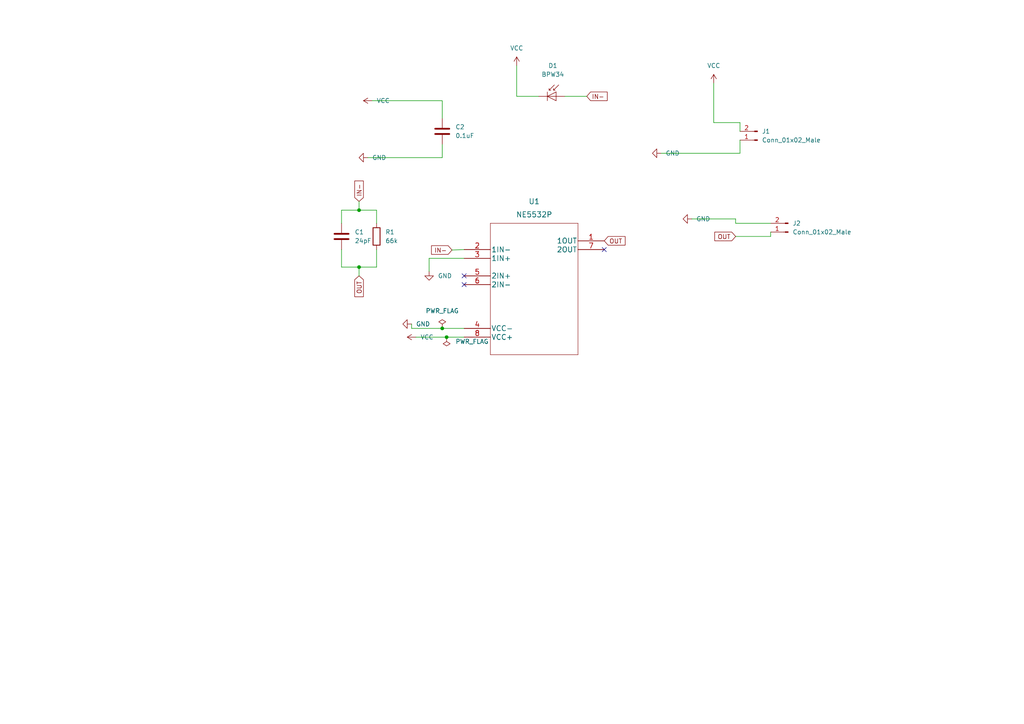
<source format=kicad_sch>
(kicad_sch (version 20211123) (generator eeschema)

  (uuid 8edaaad7-be33-44e5-93e1-69ee2f89cfca)

  (paper "A4")

  (lib_symbols
    (symbol "Amplifier_Operational:NE5532P" (pin_names (offset 0.254)) (in_bom yes) (on_board yes)
      (property "Reference" "U" (id 0) (at 20.32 12.7 0)
        (effects (font (size 1.524 1.524)))
      )
      (property "Value" "NE5532P" (id 1) (at 20.32 10.16 0)
        (effects (font (size 1.524 1.524)))
      )
      (property "Footprint" "Package_DIP:NE5532P" (id 2) (at 20.32 8.636 0)
        (effects (font (size 1.524 1.524)) hide)
      )
      (property "Datasheet" "" (id 3) (at 0 0 0)
        (effects (font (size 1.524 1.524)))
      )
      (property "ki_fp_filters" "P8" (id 4) (at 0 0 0)
        (effects (font (size 1.27 1.27)) hide)
      )
      (symbol "NE5532P_1_1"
        (polyline
          (pts
            (xy 7.62 -30.48)
            (xy 33.02 -30.48)
          )
          (stroke (width 0.127) (type default) (color 0 0 0 0))
          (fill (type none))
        )
        (polyline
          (pts
            (xy 7.62 7.62)
            (xy 7.62 -30.48)
          )
          (stroke (width 0.127) (type default) (color 0 0 0 0))
          (fill (type none))
        )
        (polyline
          (pts
            (xy 33.02 -30.48)
            (xy 33.02 7.62)
          )
          (stroke (width 0.127) (type default) (color 0 0 0 0))
          (fill (type none))
        )
        (polyline
          (pts
            (xy 33.02 7.62)
            (xy 7.62 7.62)
          )
          (stroke (width 0.127) (type default) (color 0 0 0 0))
          (fill (type none))
        )
        (pin output line (at 40.64 2.54 180) (length 7.62)
          (name "1OUT" (effects (font (size 1.4986 1.4986))))
          (number "1" (effects (font (size 1.4986 1.4986))))
        )
        (pin input line (at 0 0 0) (length 7.62)
          (name "1IN-" (effects (font (size 1.4986 1.4986))))
          (number "2" (effects (font (size 1.4986 1.4986))))
        )
        (pin input line (at 0 -2.54 0) (length 7.62)
          (name "1IN+" (effects (font (size 1.4986 1.4986))))
          (number "3" (effects (font (size 1.4986 1.4986))))
        )
        (pin power_in line (at 0 -22.86 0) (length 7.62)
          (name "VCC-" (effects (font (size 1.4986 1.4986))))
          (number "4" (effects (font (size 1.4986 1.4986))))
        )
        (pin input line (at 0 -7.62 0) (length 7.62)
          (name "2IN+" (effects (font (size 1.4986 1.4986))))
          (number "5" (effects (font (size 1.4986 1.4986))))
        )
        (pin input line (at 0 -10.16 0) (length 7.62)
          (name "2IN-" (effects (font (size 1.4986 1.4986))))
          (number "6" (effects (font (size 1.4986 1.4986))))
        )
        (pin output line (at 40.64 0 180) (length 7.62)
          (name "2OUT" (effects (font (size 1.4986 1.4986))))
          (number "7" (effects (font (size 1.4986 1.4986))))
        )
        (pin power_in line (at 0 -25.4 0) (length 7.62)
          (name "VCC+" (effects (font (size 1.4986 1.4986))))
          (number "8" (effects (font (size 1.4986 1.4986))))
        )
      )
    )
    (symbol "Connector:Conn_01x02_Male" (pin_names (offset 1.016) hide) (in_bom yes) (on_board yes)
      (property "Reference" "J" (id 0) (at 0 2.54 0)
        (effects (font (size 1.27 1.27)))
      )
      (property "Value" "Conn_01x02_Male" (id 1) (at 0 -5.08 0)
        (effects (font (size 1.27 1.27)))
      )
      (property "Footprint" "" (id 2) (at 0 0 0)
        (effects (font (size 1.27 1.27)) hide)
      )
      (property "Datasheet" "~" (id 3) (at 0 0 0)
        (effects (font (size 1.27 1.27)) hide)
      )
      (property "ki_keywords" "connector" (id 4) (at 0 0 0)
        (effects (font (size 1.27 1.27)) hide)
      )
      (property "ki_description" "Generic connector, single row, 01x02, script generated (kicad-library-utils/schlib/autogen/connector/)" (id 5) (at 0 0 0)
        (effects (font (size 1.27 1.27)) hide)
      )
      (property "ki_fp_filters" "Connector*:*_1x??_*" (id 6) (at 0 0 0)
        (effects (font (size 1.27 1.27)) hide)
      )
      (symbol "Conn_01x02_Male_1_1"
        (polyline
          (pts
            (xy 1.27 -2.54)
            (xy 0.8636 -2.54)
          )
          (stroke (width 0.1524) (type default) (color 0 0 0 0))
          (fill (type none))
        )
        (polyline
          (pts
            (xy 1.27 0)
            (xy 0.8636 0)
          )
          (stroke (width 0.1524) (type default) (color 0 0 0 0))
          (fill (type none))
        )
        (rectangle (start 0.8636 -2.413) (end 0 -2.667)
          (stroke (width 0.1524) (type default) (color 0 0 0 0))
          (fill (type outline))
        )
        (rectangle (start 0.8636 0.127) (end 0 -0.127)
          (stroke (width 0.1524) (type default) (color 0 0 0 0))
          (fill (type outline))
        )
        (pin passive line (at 5.08 0 180) (length 3.81)
          (name "Pin_1" (effects (font (size 1.27 1.27))))
          (number "1" (effects (font (size 1.27 1.27))))
        )
        (pin passive line (at 5.08 -2.54 180) (length 3.81)
          (name "Pin_2" (effects (font (size 1.27 1.27))))
          (number "2" (effects (font (size 1.27 1.27))))
        )
      )
    )
    (symbol "Device:C" (pin_numbers hide) (pin_names (offset 0.254)) (in_bom yes) (on_board yes)
      (property "Reference" "C" (id 0) (at 0.635 2.54 0)
        (effects (font (size 1.27 1.27)) (justify left))
      )
      (property "Value" "C" (id 1) (at 0.635 -2.54 0)
        (effects (font (size 1.27 1.27)) (justify left))
      )
      (property "Footprint" "" (id 2) (at 0.9652 -3.81 0)
        (effects (font (size 1.27 1.27)) hide)
      )
      (property "Datasheet" "~" (id 3) (at 0 0 0)
        (effects (font (size 1.27 1.27)) hide)
      )
      (property "ki_keywords" "cap capacitor" (id 4) (at 0 0 0)
        (effects (font (size 1.27 1.27)) hide)
      )
      (property "ki_description" "Unpolarized capacitor" (id 5) (at 0 0 0)
        (effects (font (size 1.27 1.27)) hide)
      )
      (property "ki_fp_filters" "C_*" (id 6) (at 0 0 0)
        (effects (font (size 1.27 1.27)) hide)
      )
      (symbol "C_0_1"
        (polyline
          (pts
            (xy -2.032 -0.762)
            (xy 2.032 -0.762)
          )
          (stroke (width 0.508) (type default) (color 0 0 0 0))
          (fill (type none))
        )
        (polyline
          (pts
            (xy -2.032 0.762)
            (xy 2.032 0.762)
          )
          (stroke (width 0.508) (type default) (color 0 0 0 0))
          (fill (type none))
        )
      )
      (symbol "C_1_1"
        (pin passive line (at 0 3.81 270) (length 2.794)
          (name "~" (effects (font (size 1.27 1.27))))
          (number "1" (effects (font (size 1.27 1.27))))
        )
        (pin passive line (at 0 -3.81 90) (length 2.794)
          (name "~" (effects (font (size 1.27 1.27))))
          (number "2" (effects (font (size 1.27 1.27))))
        )
      )
    )
    (symbol "Device:R" (pin_numbers hide) (pin_names (offset 0)) (in_bom yes) (on_board yes)
      (property "Reference" "R" (id 0) (at 2.032 0 90)
        (effects (font (size 1.27 1.27)))
      )
      (property "Value" "R" (id 1) (at 0 0 90)
        (effects (font (size 1.27 1.27)))
      )
      (property "Footprint" "" (id 2) (at -1.778 0 90)
        (effects (font (size 1.27 1.27)) hide)
      )
      (property "Datasheet" "~" (id 3) (at 0 0 0)
        (effects (font (size 1.27 1.27)) hide)
      )
      (property "ki_keywords" "R res resistor" (id 4) (at 0 0 0)
        (effects (font (size 1.27 1.27)) hide)
      )
      (property "ki_description" "Resistor" (id 5) (at 0 0 0)
        (effects (font (size 1.27 1.27)) hide)
      )
      (property "ki_fp_filters" "R_*" (id 6) (at 0 0 0)
        (effects (font (size 1.27 1.27)) hide)
      )
      (symbol "R_0_1"
        (rectangle (start -1.016 -2.54) (end 1.016 2.54)
          (stroke (width 0.254) (type default) (color 0 0 0 0))
          (fill (type none))
        )
      )
      (symbol "R_1_1"
        (pin passive line (at 0 3.81 270) (length 1.27)
          (name "~" (effects (font (size 1.27 1.27))))
          (number "1" (effects (font (size 1.27 1.27))))
        )
        (pin passive line (at 0 -3.81 90) (length 1.27)
          (name "~" (effects (font (size 1.27 1.27))))
          (number "2" (effects (font (size 1.27 1.27))))
        )
      )
    )
    (symbol "Sensor_Optical:BPW34" (pin_numbers hide) (pin_names (offset 1.016) hide) (in_bom yes) (on_board yes)
      (property "Reference" "D" (id 0) (at 0.508 1.778 0)
        (effects (font (size 1.27 1.27)) (justify left))
      )
      (property "Value" "BPW34" (id 1) (at -1.016 -2.794 0)
        (effects (font (size 1.27 1.27)))
      )
      (property "Footprint" "OptoDevice:Osram_DIL2_4.3x4.65mm_P5.08mm" (id 2) (at 0 4.445 0)
        (effects (font (size 1.27 1.27)) hide)
      )
      (property "Datasheet" "http://www.vishay.com/docs/81521/bpw34.pdf" (id 3) (at -1.27 0 0)
        (effects (font (size 1.27 1.27)) hide)
      )
      (property "ki_keywords" "opto PIN photodiode" (id 4) (at 0 0 0)
        (effects (font (size 1.27 1.27)) hide)
      )
      (property "ki_description" "Silicon PIN Photodiode" (id 5) (at 0 0 0)
        (effects (font (size 1.27 1.27)) hide)
      )
      (property "ki_fp_filters" "Osram*DIL2*4.3x4.65mm*P5.08*" (id 6) (at 0 0 0)
        (effects (font (size 1.27 1.27)) hide)
      )
      (symbol "BPW34_0_1"
        (polyline
          (pts
            (xy -2.54 1.27)
            (xy -2.54 -1.27)
          )
          (stroke (width 0.1524) (type default) (color 0 0 0 0))
          (fill (type none))
        )
        (polyline
          (pts
            (xy -2.032 1.778)
            (xy -1.524 1.778)
          )
          (stroke (width 0) (type default) (color 0 0 0 0))
          (fill (type none))
        )
        (polyline
          (pts
            (xy 0 -1.27)
            (xy 0 1.27)
          )
          (stroke (width 0) (type default) (color 0 0 0 0))
          (fill (type none))
        )
        (polyline
          (pts
            (xy 0 0)
            (xy -2.54 0)
          )
          (stroke (width 0) (type default) (color 0 0 0 0))
          (fill (type none))
        )
        (polyline
          (pts
            (xy -0.508 3.302)
            (xy -2.032 1.778)
            (xy -2.032 2.286)
          )
          (stroke (width 0) (type default) (color 0 0 0 0))
          (fill (type none))
        )
        (polyline
          (pts
            (xy 0 1.27)
            (xy -2.54 0)
            (xy 0 -1.27)
          )
          (stroke (width 0) (type default) (color 0 0 0 0))
          (fill (type none))
        )
        (polyline
          (pts
            (xy 0.762 3.302)
            (xy -0.762 1.778)
            (xy -0.762 2.286)
            (xy -0.762 1.778)
            (xy -0.254 1.778)
          )
          (stroke (width 0) (type default) (color 0 0 0 0))
          (fill (type none))
        )
      )
      (symbol "BPW34_1_1"
        (pin passive line (at -5.08 0 0) (length 2.54)
          (name "K" (effects (font (size 1.27 1.27))))
          (number "1" (effects (font (size 1.27 1.27))))
        )
        (pin passive line (at 2.54 0 180) (length 2.54)
          (name "A" (effects (font (size 1.27 1.27))))
          (number "2" (effects (font (size 1.27 1.27))))
        )
      )
    )
    (symbol "power:GND" (power) (pin_names (offset 0)) (in_bom yes) (on_board yes)
      (property "Reference" "#PWR" (id 0) (at 0 -6.35 0)
        (effects (font (size 1.27 1.27)) hide)
      )
      (property "Value" "GND" (id 1) (at 0 -3.81 0)
        (effects (font (size 1.27 1.27)))
      )
      (property "Footprint" "" (id 2) (at 0 0 0)
        (effects (font (size 1.27 1.27)) hide)
      )
      (property "Datasheet" "" (id 3) (at 0 0 0)
        (effects (font (size 1.27 1.27)) hide)
      )
      (property "ki_keywords" "power-flag" (id 4) (at 0 0 0)
        (effects (font (size 1.27 1.27)) hide)
      )
      (property "ki_description" "Power symbol creates a global label with name \"GND\" , ground" (id 5) (at 0 0 0)
        (effects (font (size 1.27 1.27)) hide)
      )
      (symbol "GND_0_1"
        (polyline
          (pts
            (xy 0 0)
            (xy 0 -1.27)
            (xy 1.27 -1.27)
            (xy 0 -2.54)
            (xy -1.27 -1.27)
            (xy 0 -1.27)
          )
          (stroke (width 0) (type default) (color 0 0 0 0))
          (fill (type none))
        )
      )
      (symbol "GND_1_1"
        (pin power_in line (at 0 0 270) (length 0) hide
          (name "GND" (effects (font (size 1.27 1.27))))
          (number "1" (effects (font (size 1.27 1.27))))
        )
      )
    )
    (symbol "power:PWR_FLAG" (power) (pin_numbers hide) (pin_names (offset 0) hide) (in_bom yes) (on_board yes)
      (property "Reference" "#FLG" (id 0) (at 0 1.905 0)
        (effects (font (size 1.27 1.27)) hide)
      )
      (property "Value" "PWR_FLAG" (id 1) (at 0 3.81 0)
        (effects (font (size 1.27 1.27)))
      )
      (property "Footprint" "" (id 2) (at 0 0 0)
        (effects (font (size 1.27 1.27)) hide)
      )
      (property "Datasheet" "~" (id 3) (at 0 0 0)
        (effects (font (size 1.27 1.27)) hide)
      )
      (property "ki_keywords" "power-flag" (id 4) (at 0 0 0)
        (effects (font (size 1.27 1.27)) hide)
      )
      (property "ki_description" "Special symbol for telling ERC where power comes from" (id 5) (at 0 0 0)
        (effects (font (size 1.27 1.27)) hide)
      )
      (symbol "PWR_FLAG_0_0"
        (pin power_out line (at 0 0 90) (length 0)
          (name "pwr" (effects (font (size 1.27 1.27))))
          (number "1" (effects (font (size 1.27 1.27))))
        )
      )
      (symbol "PWR_FLAG_0_1"
        (polyline
          (pts
            (xy 0 0)
            (xy 0 1.27)
            (xy -1.016 1.905)
            (xy 0 2.54)
            (xy 1.016 1.905)
            (xy 0 1.27)
          )
          (stroke (width 0) (type default) (color 0 0 0 0))
          (fill (type none))
        )
      )
    )
    (symbol "power:VCC" (power) (pin_names (offset 0)) (in_bom yes) (on_board yes)
      (property "Reference" "#PWR" (id 0) (at 0 -3.81 0)
        (effects (font (size 1.27 1.27)) hide)
      )
      (property "Value" "VCC" (id 1) (at 0 3.81 0)
        (effects (font (size 1.27 1.27)))
      )
      (property "Footprint" "" (id 2) (at 0 0 0)
        (effects (font (size 1.27 1.27)) hide)
      )
      (property "Datasheet" "" (id 3) (at 0 0 0)
        (effects (font (size 1.27 1.27)) hide)
      )
      (property "ki_keywords" "power-flag" (id 4) (at 0 0 0)
        (effects (font (size 1.27 1.27)) hide)
      )
      (property "ki_description" "Power symbol creates a global label with name \"VCC\"" (id 5) (at 0 0 0)
        (effects (font (size 1.27 1.27)) hide)
      )
      (symbol "VCC_0_1"
        (polyline
          (pts
            (xy -0.762 1.27)
            (xy 0 2.54)
          )
          (stroke (width 0) (type default) (color 0 0 0 0))
          (fill (type none))
        )
        (polyline
          (pts
            (xy 0 0)
            (xy 0 2.54)
          )
          (stroke (width 0) (type default) (color 0 0 0 0))
          (fill (type none))
        )
        (polyline
          (pts
            (xy 0 2.54)
            (xy 0.762 1.27)
          )
          (stroke (width 0) (type default) (color 0 0 0 0))
          (fill (type none))
        )
      )
      (symbol "VCC_1_1"
        (pin power_in line (at 0 0 90) (length 0) hide
          (name "VCC" (effects (font (size 1.27 1.27))))
          (number "1" (effects (font (size 1.27 1.27))))
        )
      )
    )
  )

  (junction (at 104.14 60.96) (diameter 0) (color 0 0 0 0)
    (uuid 4f9e9397-0d11-4c93-8b8f-11f2e8d3d0cc)
  )
  (junction (at 104.14 77.47) (diameter 0) (color 0 0 0 0)
    (uuid c52acc2b-09d2-4936-a2f2-966cef1047d3)
  )
  (junction (at 128.27 95.25) (diameter 0) (color 0 0 0 0)
    (uuid cc7c84ad-8790-4814-98aa-40c79e541017)
  )
  (junction (at 129.54 97.79) (diameter 0) (color 0 0 0 0)
    (uuid f0d0d52e-35c4-4a8d-b270-e91126085d79)
  )

  (no_connect (at 134.62 82.55) (uuid ab45da3d-7771-45bf-b9d1-67a303cacb22))
  (no_connect (at 134.62 80.01) (uuid ab45da3d-7771-45bf-b9d1-67a303cacb22))
  (no_connect (at 175.26 72.39) (uuid ab45da3d-7771-45bf-b9d1-67a303cacb22))

  (wire (pts (xy 200.66 63.5) (xy 213.36 63.5))
    (stroke (width 0) (type default) (color 0 0 0 0))
    (uuid 0c433b78-ee14-4fcd-a858-38aafb04186a)
  )
  (wire (pts (xy 128.27 45.72) (xy 128.27 41.91))
    (stroke (width 0) (type default) (color 0 0 0 0))
    (uuid 18a61d4f-6935-4949-b053-0130e6a8110e)
  )
  (wire (pts (xy 124.46 74.93) (xy 124.46 78.74))
    (stroke (width 0) (type default) (color 0 0 0 0))
    (uuid 1e9559ee-594b-409c-aa79-ceb13167d3ec)
  )
  (wire (pts (xy 134.62 95.25) (xy 128.27 95.25))
    (stroke (width 0) (type default) (color 0 0 0 0))
    (uuid 1f3eca14-611d-4c29-9dfc-77c91a82fcc2)
  )
  (wire (pts (xy 128.27 29.21) (xy 128.27 34.29))
    (stroke (width 0) (type default) (color 0 0 0 0))
    (uuid 24d12e25-9801-4e69-92a7-9bc89c8bf1e6)
  )
  (wire (pts (xy 191.77 44.45) (xy 214.63 44.45))
    (stroke (width 0) (type default) (color 0 0 0 0))
    (uuid 2727d15f-91f3-4f57-895e-ccd35944119f)
  )
  (wire (pts (xy 104.14 60.96) (xy 109.22 60.96))
    (stroke (width 0) (type default) (color 0 0 0 0))
    (uuid 3415e8dd-9185-40cf-9016-85e2a4bc1dc1)
  )
  (wire (pts (xy 149.86 27.94) (xy 156.21 27.94))
    (stroke (width 0) (type default) (color 0 0 0 0))
    (uuid 3e304936-2687-438a-b23c-f540caa2934b)
  )
  (wire (pts (xy 214.63 44.45) (xy 214.63 40.64))
    (stroke (width 0) (type default) (color 0 0 0 0))
    (uuid 41454e3b-e5d5-497e-a965-ec44c6667c7c)
  )
  (wire (pts (xy 107.95 29.21) (xy 128.27 29.21))
    (stroke (width 0) (type default) (color 0 0 0 0))
    (uuid 41b3ef8e-2f9b-4120-9b6c-4fe79f9fa70a)
  )
  (wire (pts (xy 213.36 64.77) (xy 223.52 64.77))
    (stroke (width 0) (type default) (color 0 0 0 0))
    (uuid 4a912089-24e8-4bfc-9899-892450c675ce)
  )
  (wire (pts (xy 99.06 72.39) (xy 99.06 77.47))
    (stroke (width 0) (type default) (color 0 0 0 0))
    (uuid 4b557276-fcaf-4988-8f67-691ab636f79a)
  )
  (wire (pts (xy 223.52 68.58) (xy 223.52 67.31))
    (stroke (width 0) (type default) (color 0 0 0 0))
    (uuid 50398de9-1299-48f9-b74e-47316ad24039)
  )
  (wire (pts (xy 104.14 77.47) (xy 104.14 80.01))
    (stroke (width 0) (type default) (color 0 0 0 0))
    (uuid 57d1b2ce-e37a-44b6-96cd-4ca992065c51)
  )
  (wire (pts (xy 213.36 68.58) (xy 223.52 68.58))
    (stroke (width 0) (type default) (color 0 0 0 0))
    (uuid 657fad18-312c-4842-991a-a16f8c44e02a)
  )
  (wire (pts (xy 109.22 77.47) (xy 109.22 72.39))
    (stroke (width 0) (type default) (color 0 0 0 0))
    (uuid 6abd5b90-fa48-4b09-99c1-05e5eae01736)
  )
  (wire (pts (xy 106.68 45.72) (xy 128.27 45.72))
    (stroke (width 0) (type default) (color 0 0 0 0))
    (uuid 6cc42c31-422d-4f13-900a-d2ffd19a0123)
  )
  (wire (pts (xy 104.14 58.42) (xy 104.14 60.96))
    (stroke (width 0) (type default) (color 0 0 0 0))
    (uuid 71a1824c-f0a5-47dd-8e39-b5c62be6eb30)
  )
  (wire (pts (xy 104.14 77.47) (xy 109.22 77.47))
    (stroke (width 0) (type default) (color 0 0 0 0))
    (uuid 734fe606-7870-45f9-bc32-6560f41d2568)
  )
  (wire (pts (xy 120.65 97.79) (xy 129.54 97.79))
    (stroke (width 0) (type default) (color 0 0 0 0))
    (uuid 7d3dd481-ff4b-4770-9d4d-f7482e90852e)
  )
  (wire (pts (xy 109.22 60.96) (xy 109.22 64.77))
    (stroke (width 0) (type default) (color 0 0 0 0))
    (uuid 8514f89a-8c80-48cd-99d0-98c1b4fb7e5e)
  )
  (wire (pts (xy 119.38 95.25) (xy 119.38 93.98))
    (stroke (width 0) (type default) (color 0 0 0 0))
    (uuid 8ae2b646-d9c3-4b9f-b9bd-a5c514bccb01)
  )
  (wire (pts (xy 207.01 24.13) (xy 207.01 35.56))
    (stroke (width 0) (type default) (color 0 0 0 0))
    (uuid 8c93270d-8309-4f83-bd92-78b54ea8db3c)
  )
  (wire (pts (xy 99.06 60.96) (xy 104.14 60.96))
    (stroke (width 0) (type default) (color 0 0 0 0))
    (uuid 93c6a5d3-7d35-43bb-b88c-7818d3b87170)
  )
  (wire (pts (xy 134.62 74.93) (xy 124.46 74.93))
    (stroke (width 0) (type default) (color 0 0 0 0))
    (uuid 96f93de6-52cf-4ecb-bf34-fe17490378cb)
  )
  (wire (pts (xy 207.01 35.56) (xy 214.63 35.56))
    (stroke (width 0) (type default) (color 0 0 0 0))
    (uuid a44b779d-4eb0-4be5-b489-32a00f44ca88)
  )
  (wire (pts (xy 213.36 63.5) (xy 213.36 64.77))
    (stroke (width 0) (type default) (color 0 0 0 0))
    (uuid a8f72019-645f-4d36-b1b8-99a183d0d5ed)
  )
  (wire (pts (xy 128.27 95.25) (xy 119.38 95.25))
    (stroke (width 0) (type default) (color 0 0 0 0))
    (uuid a9c7df05-7e20-44ba-80fd-71e7e381c927)
  )
  (wire (pts (xy 99.06 77.47) (xy 104.14 77.47))
    (stroke (width 0) (type default) (color 0 0 0 0))
    (uuid af002011-9f67-4c0c-92d5-3fb07dca8e5f)
  )
  (wire (pts (xy 99.06 64.77) (xy 99.06 60.96))
    (stroke (width 0) (type default) (color 0 0 0 0))
    (uuid ccec2c0f-88f1-4447-b44b-c4030b9ebf81)
  )
  (wire (pts (xy 131.0882 72.5184) (xy 134.62 72.39))
    (stroke (width 0) (type default) (color 0 0 0 0))
    (uuid d00d2626-f9c4-4cab-aaf7-da46c6ce19f2)
  )
  (wire (pts (xy 149.86 19.05) (xy 149.86 27.94))
    (stroke (width 0) (type default) (color 0 0 0 0))
    (uuid d44de96f-6d76-4a25-80b7-f1227e644620)
  )
  (wire (pts (xy 163.83 27.94) (xy 170.18 27.94))
    (stroke (width 0) (type default) (color 0 0 0 0))
    (uuid eded59b3-9256-44bc-8cb9-d3cfa7f88689)
  )
  (wire (pts (xy 129.54 97.79) (xy 134.62 97.79))
    (stroke (width 0) (type default) (color 0 0 0 0))
    (uuid f04cc256-4f52-4294-9838-ccaa794d3f5e)
  )
  (wire (pts (xy 214.63 35.56) (xy 214.63 38.1))
    (stroke (width 0) (type default) (color 0 0 0 0))
    (uuid fc64d0ab-4feb-4bfb-a32a-5cc9f55115ce)
  )

  (global_label "OUT" (shape input) (at 213.36 68.58 180) (fields_autoplaced)
    (effects (font (size 1.27 1.27)) (justify right))
    (uuid 269809dd-dca3-4244-837d-e390be305c1f)
    (property "Intersheet References" "${INTERSHEET_REFS}" (id 0) (at 207.3183 68.6594 0)
      (effects (font (size 1.27 1.27)) (justify right) hide)
    )
  )
  (global_label "IN-" (shape input) (at 170.18 27.94 0) (fields_autoplaced)
    (effects (font (size 1.27 1.27)) (justify left))
    (uuid 2a9b73db-434b-48e2-979a-ec9dbac0b1ac)
    (property "Intersheet References" "${INTERSHEET_REFS}" (id 0) (at 176.1007 28.0194 0)
      (effects (font (size 1.27 1.27)) (justify left) hide)
    )
  )
  (global_label "OUT" (shape input) (at 175.26 69.85 0) (fields_autoplaced)
    (effects (font (size 1.27 1.27)) (justify left))
    (uuid 4412a09a-e625-4d6b-9325-1334ad878790)
    (property "Intersheet References" "${INTERSHEET_REFS}" (id 0) (at 181.3017 69.7706 0)
      (effects (font (size 1.27 1.27)) (justify left) hide)
    )
  )
  (global_label "IN-" (shape input) (at 104.14 58.42 90) (fields_autoplaced)
    (effects (font (size 1.27 1.27)) (justify left))
    (uuid c437d06c-7829-4aeb-80b9-39639b1c9daa)
    (property "Intersheet References" "${INTERSHEET_REFS}" (id 0) (at 104.2194 52.4993 90)
      (effects (font (size 1.27 1.27)) (justify left) hide)
    )
  )
  (global_label "OUT" (shape input) (at 104.14 80.01 270) (fields_autoplaced)
    (effects (font (size 1.27 1.27)) (justify right))
    (uuid dfce07c3-b511-4d75-b527-a3e794f03c30)
    (property "Intersheet References" "${INTERSHEET_REFS}" (id 0) (at 104.2194 86.0517 90)
      (effects (font (size 1.27 1.27)) (justify right) hide)
    )
  )
  (global_label "IN-" (shape input) (at 131.0882 72.5184 180) (fields_autoplaced)
    (effects (font (size 1.27 1.27)) (justify right))
    (uuid dfef25f9-f326-4ef2-8ce7-e7e24afd0ae8)
    (property "Intersheet References" "${INTERSHEET_REFS}" (id 0) (at 125.1675 72.439 0)
      (effects (font (size 1.27 1.27)) (justify right) hide)
    )
  )

  (symbol (lib_id "power:VCC") (at 107.95 29.21 90) (unit 1)
    (in_bom yes) (on_board yes) (fields_autoplaced)
    (uuid 016cc914-adf5-476f-abd6-e2d2958ed917)
    (property "Reference" "#PWR0104" (id 0) (at 111.76 29.21 0)
      (effects (font (size 1.27 1.27)) hide)
    )
    (property "Value" "VCC" (id 1) (at 109.22 29.2099 90)
      (effects (font (size 1.27 1.27)) (justify right))
    )
    (property "Footprint" "" (id 2) (at 107.95 29.21 0)
      (effects (font (size 1.27 1.27)) hide)
    )
    (property "Datasheet" "" (id 3) (at 107.95 29.21 0)
      (effects (font (size 1.27 1.27)) hide)
    )
    (pin "1" (uuid 469fd395-1c5b-403f-a685-41e3e8636fe6))
  )

  (symbol (lib_id "power:PWR_FLAG") (at 129.54 97.79 180) (unit 1)
    (in_bom yes) (on_board yes) (fields_autoplaced)
    (uuid 19c49748-c0fd-4720-9958-de76dafb740a)
    (property "Reference" "#FLG0102" (id 0) (at 129.54 99.695 0)
      (effects (font (size 1.27 1.27)) hide)
    )
    (property "Value" "PWR_FLAG" (id 1) (at 132.08 99.0599 0)
      (effects (font (size 1.27 1.27)) (justify right))
    )
    (property "Footprint" "" (id 2) (at 129.54 97.79 0)
      (effects (font (size 1.27 1.27)) hide)
    )
    (property "Datasheet" "~" (id 3) (at 129.54 97.79 0)
      (effects (font (size 1.27 1.27)) hide)
    )
    (pin "1" (uuid c12ab393-ef3d-4c10-8fae-f295303a6b5f))
  )

  (symbol (lib_id "power:VCC") (at 149.86 19.05 0) (unit 1)
    (in_bom yes) (on_board yes) (fields_autoplaced)
    (uuid 1dedf750-1922-46ce-973b-808316b0a030)
    (property "Reference" "#PWR0109" (id 0) (at 149.86 22.86 0)
      (effects (font (size 1.27 1.27)) hide)
    )
    (property "Value" "VCC" (id 1) (at 149.86 13.97 0))
    (property "Footprint" "" (id 2) (at 149.86 19.05 0)
      (effects (font (size 1.27 1.27)) hide)
    )
    (property "Datasheet" "" (id 3) (at 149.86 19.05 0)
      (effects (font (size 1.27 1.27)) hide)
    )
    (pin "1" (uuid 2112adcf-1597-455d-8fbe-2abf35b63ce0))
  )

  (symbol (lib_id "Amplifier_Operational:NE5532P") (at 134.62 72.39 0) (unit 1)
    (in_bom yes) (on_board yes) (fields_autoplaced)
    (uuid 4616b7f8-fad9-428c-babd-35eb9681de4b)
    (property "Reference" "U1" (id 0) (at 154.94 58.42 0)
      (effects (font (size 1.524 1.524)))
    )
    (property "Value" "NE5532P" (id 1) (at 154.94 62.23 0)
      (effects (font (size 1.524 1.524)))
    )
    (property "Footprint" "Package_DIP:NE5532P" (id 2) (at 154.94 63.754 0)
      (effects (font (size 1.524 1.524)) hide)
    )
    (property "Datasheet" "" (id 3) (at 134.62 72.39 0)
      (effects (font (size 1.524 1.524)))
    )
    (pin "1" (uuid 2c77c6bf-6b2a-4492-b1d0-de14c4be89c6))
    (pin "2" (uuid d88631bb-abe3-44f0-b7c1-fec76eb70863))
    (pin "3" (uuid 9f8b32a1-685d-4b72-8d71-b09524c8982b))
    (pin "4" (uuid 11ed2218-bc63-447b-ae54-4438de38f246))
    (pin "5" (uuid 30784178-251e-44aa-8478-d7d3dc63a57d))
    (pin "6" (uuid 9888d43f-92da-429f-a7f6-a39536eb8cde))
    (pin "7" (uuid c6987754-76f8-46eb-bd90-9012c0408a87))
    (pin "8" (uuid 82abaa62-c501-4c8b-8c1a-dbcffef1db65))
  )

  (symbol (lib_id "power:VCC") (at 207.01 24.13 0) (unit 1)
    (in_bom yes) (on_board yes) (fields_autoplaced)
    (uuid 47e28de7-06e7-47ce-9516-bc5a2ae6adfb)
    (property "Reference" "#PWR0103" (id 0) (at 207.01 27.94 0)
      (effects (font (size 1.27 1.27)) hide)
    )
    (property "Value" "VCC" (id 1) (at 207.01 19.05 0))
    (property "Footprint" "" (id 2) (at 207.01 24.13 0)
      (effects (font (size 1.27 1.27)) hide)
    )
    (property "Datasheet" "" (id 3) (at 207.01 24.13 0)
      (effects (font (size 1.27 1.27)) hide)
    )
    (pin "1" (uuid 3adcf7a9-c55f-4246-840c-c3692b79ebaa))
  )

  (symbol (lib_id "Connector:Conn_01x02_Male") (at 219.71 40.64 180) (unit 1)
    (in_bom yes) (on_board yes) (fields_autoplaced)
    (uuid 4a225f40-4288-4c16-a81d-2f20a80265df)
    (property "Reference" "J1" (id 0) (at 220.98 38.0999 0)
      (effects (font (size 1.27 1.27)) (justify right))
    )
    (property "Value" "Conn_01x02_Male" (id 1) (at 220.98 40.6399 0)
      (effects (font (size 1.27 1.27)) (justify right))
    )
    (property "Footprint" "Connector_AMASS:AMASS_XT30U-F_1x02_P5.0mm_Vertical" (id 2) (at 219.71 40.64 0)
      (effects (font (size 1.27 1.27)) hide)
    )
    (property "Datasheet" "~" (id 3) (at 219.71 40.64 0)
      (effects (font (size 1.27 1.27)) hide)
    )
    (pin "1" (uuid dec996ad-a793-409e-87e1-e6a571f3b5e2))
    (pin "2" (uuid 54567f18-6817-40af-b478-07f479da0550))
  )

  (symbol (lib_id "power:PWR_FLAG") (at 128.27 95.25 0) (unit 1)
    (in_bom yes) (on_board yes) (fields_autoplaced)
    (uuid 50af9d18-a444-4840-832f-4386387dd5f7)
    (property "Reference" "#FLG0101" (id 0) (at 128.27 93.345 0)
      (effects (font (size 1.27 1.27)) hide)
    )
    (property "Value" "PWR_FLAG" (id 1) (at 128.27 90.17 0))
    (property "Footprint" "" (id 2) (at 128.27 95.25 0)
      (effects (font (size 1.27 1.27)) hide)
    )
    (property "Datasheet" "~" (id 3) (at 128.27 95.25 0)
      (effects (font (size 1.27 1.27)) hide)
    )
    (pin "1" (uuid ab75950e-a1db-461d-b8af-7cdc0bd286e9))
  )

  (symbol (lib_id "Connector:Conn_01x02_Male") (at 228.6 67.31 180) (unit 1)
    (in_bom yes) (on_board yes) (fields_autoplaced)
    (uuid 51a1609a-c59c-459b-ab29-ece22e6906cf)
    (property "Reference" "J2" (id 0) (at 229.87 64.7699 0)
      (effects (font (size 1.27 1.27)) (justify right))
    )
    (property "Value" "Conn_01x02_Male" (id 1) (at 229.87 67.3099 0)
      (effects (font (size 1.27 1.27)) (justify right))
    )
    (property "Footprint" "Connector_AMASS:AMASS_XT30U-F_1x02_P5.0mm_Vertical" (id 2) (at 228.6 67.31 0)
      (effects (font (size 1.27 1.27)) hide)
    )
    (property "Datasheet" "~" (id 3) (at 228.6 67.31 0)
      (effects (font (size 1.27 1.27)) hide)
    )
    (pin "1" (uuid 7ce30b3d-c78d-4488-a689-73ff8a149927))
    (pin "2" (uuid bce682e0-3285-4d38-81f1-0bdc8fde6751))
  )

  (symbol (lib_id "power:VCC") (at 120.65 97.79 90) (unit 1)
    (in_bom yes) (on_board yes) (fields_autoplaced)
    (uuid 7b567ac0-7eb9-48e5-8e3f-bf3114a651ec)
    (property "Reference" "#PWR0107" (id 0) (at 124.46 97.79 0)
      (effects (font (size 1.27 1.27)) hide)
    )
    (property "Value" "VCC" (id 1) (at 121.92 97.7899 90)
      (effects (font (size 1.27 1.27)) (justify right))
    )
    (property "Footprint" "" (id 2) (at 120.65 97.79 0)
      (effects (font (size 1.27 1.27)) hide)
    )
    (property "Datasheet" "" (id 3) (at 120.65 97.79 0)
      (effects (font (size 1.27 1.27)) hide)
    )
    (pin "1" (uuid 3bb04d8f-ecb5-483f-9845-b5441153a5b8))
  )

  (symbol (lib_id "Device:R") (at 109.22 68.58 0) (unit 1)
    (in_bom yes) (on_board yes) (fields_autoplaced)
    (uuid 7d6f0c0f-5e0b-4d41-ab9c-b9cd1744aea6)
    (property "Reference" "R1" (id 0) (at 111.76 67.3099 0)
      (effects (font (size 1.27 1.27)) (justify left))
    )
    (property "Value" "66k" (id 1) (at 111.76 69.8499 0)
      (effects (font (size 1.27 1.27)) (justify left))
    )
    (property "Footprint" "Resistor_SMD:R_0201_0603Metric" (id 2) (at 107.442 68.58 90)
      (effects (font (size 1.27 1.27)) hide)
    )
    (property "Datasheet" "~" (id 3) (at 109.22 68.58 0)
      (effects (font (size 1.27 1.27)) hide)
    )
    (pin "1" (uuid 64a2528b-1179-48d6-b92f-ec8a68fb975d))
    (pin "2" (uuid 31b49dea-ec6a-4fbd-b5a3-3c185d1cc7c0))
  )

  (symbol (lib_id "Sensor_Optical:BPW34") (at 161.29 27.94 0) (unit 1)
    (in_bom yes) (on_board yes) (fields_autoplaced)
    (uuid 8249d226-d0ac-402b-a47f-76b2b91f7d71)
    (property "Reference" "D1" (id 0) (at 160.3629 19.05 0))
    (property "Value" "BPW34" (id 1) (at 160.3629 21.59 0))
    (property "Footprint" "OptoDevice:Osram_DIL2_4.3x4.65mm_P5.08mm" (id 2) (at 161.29 23.495 0)
      (effects (font (size 1.27 1.27)) hide)
    )
    (property "Datasheet" "http://www.vishay.com/docs/81521/bpw34.pdf" (id 3) (at 160.02 27.94 0)
      (effects (font (size 1.27 1.27)) hide)
    )
    (pin "1" (uuid a6c8e8af-ac2f-49e2-940d-77c5dbfb49e7))
    (pin "2" (uuid 3cf3f8a1-015c-4164-9f24-d184dbdbe7a4))
  )

  (symbol (lib_id "power:GND") (at 191.77 44.45 270) (unit 1)
    (in_bom yes) (on_board yes) (fields_autoplaced)
    (uuid 86beed8c-caba-4880-909d-7eb4c9461da6)
    (property "Reference" "#PWR0108" (id 0) (at 185.42 44.45 0)
      (effects (font (size 1.27 1.27)) hide)
    )
    (property "Value" "GND" (id 1) (at 193.04 44.4499 90)
      (effects (font (size 1.27 1.27)) (justify left))
    )
    (property "Footprint" "" (id 2) (at 191.77 44.45 0)
      (effects (font (size 1.27 1.27)) hide)
    )
    (property "Datasheet" "" (id 3) (at 191.77 44.45 0)
      (effects (font (size 1.27 1.27)) hide)
    )
    (pin "1" (uuid 8d902dab-54a6-45e4-94e1-a164b9804a5c))
  )

  (symbol (lib_id "Device:C") (at 128.27 38.1 0) (unit 1)
    (in_bom yes) (on_board yes) (fields_autoplaced)
    (uuid 9beefa63-db7f-4260-b1bd-d135c944f25a)
    (property "Reference" "C2" (id 0) (at 132.08 36.8299 0)
      (effects (font (size 1.27 1.27)) (justify left))
    )
    (property "Value" "0.1uF" (id 1) (at 132.08 39.3699 0)
      (effects (font (size 1.27 1.27)) (justify left))
    )
    (property "Footprint" "Capacitor_SMD:C_0201_0603Metric" (id 2) (at 129.2352 41.91 0)
      (effects (font (size 1.27 1.27)) hide)
    )
    (property "Datasheet" "~" (id 3) (at 128.27 38.1 0)
      (effects (font (size 1.27 1.27)) hide)
    )
    (pin "1" (uuid 29843d49-d7ad-4112-a36d-d892efd6a871))
    (pin "2" (uuid 7f084928-dfe0-47c6-be84-8f9748264cc9))
  )

  (symbol (lib_id "Device:C") (at 99.06 68.58 0) (unit 1)
    (in_bom yes) (on_board yes) (fields_autoplaced)
    (uuid b5bd9a03-4bfa-4db9-97a4-34e4ded0498c)
    (property "Reference" "C1" (id 0) (at 102.87 67.3099 0)
      (effects (font (size 1.27 1.27)) (justify left))
    )
    (property "Value" "24pF" (id 1) (at 102.87 69.8499 0)
      (effects (font (size 1.27 1.27)) (justify left))
    )
    (property "Footprint" "Capacitor_SMD:C_0201_0603Metric" (id 2) (at 100.0252 72.39 0)
      (effects (font (size 1.27 1.27)) hide)
    )
    (property "Datasheet" "~" (id 3) (at 99.06 68.58 0)
      (effects (font (size 1.27 1.27)) hide)
    )
    (pin "1" (uuid 03440f70-64f4-4d51-b77a-dd8093471e8d))
    (pin "2" (uuid a7c5d7e8-9b09-4f2e-8271-553ea18f66c0))
  )

  (symbol (lib_id "power:GND") (at 200.66 63.5 270) (unit 1)
    (in_bom yes) (on_board yes) (fields_autoplaced)
    (uuid c5d7d89b-c1e2-4c68-8eed-f1e1baec095d)
    (property "Reference" "#PWR0110" (id 0) (at 194.31 63.5 0)
      (effects (font (size 1.27 1.27)) hide)
    )
    (property "Value" "GND" (id 1) (at 201.93 63.4999 90)
      (effects (font (size 1.27 1.27)) (justify left))
    )
    (property "Footprint" "" (id 2) (at 200.66 63.5 0)
      (effects (font (size 1.27 1.27)) hide)
    )
    (property "Datasheet" "" (id 3) (at 200.66 63.5 0)
      (effects (font (size 1.27 1.27)) hide)
    )
    (pin "1" (uuid e700218d-7d0a-493c-9cd5-df7b36277abb))
  )

  (symbol (lib_id "power:GND") (at 124.46 78.74 0) (unit 1)
    (in_bom yes) (on_board yes) (fields_autoplaced)
    (uuid cfcfae8a-9719-421b-83a0-338800e6adf8)
    (property "Reference" "#PWR0101" (id 0) (at 124.46 85.09 0)
      (effects (font (size 1.27 1.27)) hide)
    )
    (property "Value" "GND" (id 1) (at 127 80.0099 0)
      (effects (font (size 1.27 1.27)) (justify left))
    )
    (property "Footprint" "" (id 2) (at 124.46 78.74 0)
      (effects (font (size 1.27 1.27)) hide)
    )
    (property "Datasheet" "" (id 3) (at 124.46 78.74 0)
      (effects (font (size 1.27 1.27)) hide)
    )
    (pin "1" (uuid 339223f8-a09e-41a6-8601-5e0f31453734))
  )

  (symbol (lib_id "power:GND") (at 106.68 45.72 270) (unit 1)
    (in_bom yes) (on_board yes) (fields_autoplaced)
    (uuid e1032331-93ad-4a99-b436-ce0561200815)
    (property "Reference" "#PWR0105" (id 0) (at 100.33 45.72 0)
      (effects (font (size 1.27 1.27)) hide)
    )
    (property "Value" "GND" (id 1) (at 107.95 45.7199 90)
      (effects (font (size 1.27 1.27)) (justify left))
    )
    (property "Footprint" "" (id 2) (at 106.68 45.72 0)
      (effects (font (size 1.27 1.27)) hide)
    )
    (property "Datasheet" "" (id 3) (at 106.68 45.72 0)
      (effects (font (size 1.27 1.27)) hide)
    )
    (pin "1" (uuid 0920e670-451f-4ec9-91ea-4460a45803ea))
  )

  (symbol (lib_id "power:GND") (at 119.38 93.98 270) (unit 1)
    (in_bom yes) (on_board yes) (fields_autoplaced)
    (uuid f4a0f7ab-5053-425d-8859-4e43b0060872)
    (property "Reference" "#PWR0106" (id 0) (at 113.03 93.98 0)
      (effects (font (size 1.27 1.27)) hide)
    )
    (property "Value" "GND" (id 1) (at 120.65 93.9799 90)
      (effects (font (size 1.27 1.27)) (justify left))
    )
    (property "Footprint" "" (id 2) (at 119.38 93.98 0)
      (effects (font (size 1.27 1.27)) hide)
    )
    (property "Datasheet" "" (id 3) (at 119.38 93.98 0)
      (effects (font (size 1.27 1.27)) hide)
    )
    (pin "1" (uuid 84fa00fd-8dc2-43ce-93d9-b8d44fdf283a))
  )

  (sheet_instances
    (path "/" (page "1"))
  )

  (symbol_instances
    (path "/50af9d18-a444-4840-832f-4386387dd5f7"
      (reference "#FLG0101") (unit 1) (value "PWR_FLAG") (footprint "")
    )
    (path "/19c49748-c0fd-4720-9958-de76dafb740a"
      (reference "#FLG0102") (unit 1) (value "PWR_FLAG") (footprint "")
    )
    (path "/cfcfae8a-9719-421b-83a0-338800e6adf8"
      (reference "#PWR0101") (unit 1) (value "GND") (footprint "")
    )
    (path "/47e28de7-06e7-47ce-9516-bc5a2ae6adfb"
      (reference "#PWR0103") (unit 1) (value "VCC") (footprint "")
    )
    (path "/016cc914-adf5-476f-abd6-e2d2958ed917"
      (reference "#PWR0104") (unit 1) (value "VCC") (footprint "")
    )
    (path "/e1032331-93ad-4a99-b436-ce0561200815"
      (reference "#PWR0105") (unit 1) (value "GND") (footprint "")
    )
    (path "/f4a0f7ab-5053-425d-8859-4e43b0060872"
      (reference "#PWR0106") (unit 1) (value "GND") (footprint "")
    )
    (path "/7b567ac0-7eb9-48e5-8e3f-bf3114a651ec"
      (reference "#PWR0107") (unit 1) (value "VCC") (footprint "")
    )
    (path "/86beed8c-caba-4880-909d-7eb4c9461da6"
      (reference "#PWR0108") (unit 1) (value "GND") (footprint "")
    )
    (path "/1dedf750-1922-46ce-973b-808316b0a030"
      (reference "#PWR0109") (unit 1) (value "VCC") (footprint "")
    )
    (path "/c5d7d89b-c1e2-4c68-8eed-f1e1baec095d"
      (reference "#PWR0110") (unit 1) (value "GND") (footprint "")
    )
    (path "/b5bd9a03-4bfa-4db9-97a4-34e4ded0498c"
      (reference "C1") (unit 1) (value "24pF") (footprint "Capacitor_SMD:C_0201_0603Metric")
    )
    (path "/9beefa63-db7f-4260-b1bd-d135c944f25a"
      (reference "C2") (unit 1) (value "0.1uF") (footprint "Capacitor_SMD:C_0201_0603Metric")
    )
    (path "/8249d226-d0ac-402b-a47f-76b2b91f7d71"
      (reference "D1") (unit 1) (value "BPW34") (footprint "OptoDevice:Osram_DIL2_4.3x4.65mm_P5.08mm")
    )
    (path "/4a225f40-4288-4c16-a81d-2f20a80265df"
      (reference "J1") (unit 1) (value "Conn_01x02_Male") (footprint "Connector_AMASS:AMASS_XT30U-F_1x02_P5.0mm_Vertical")
    )
    (path "/51a1609a-c59c-459b-ab29-ece22e6906cf"
      (reference "J2") (unit 1) (value "Conn_01x02_Male") (footprint "Connector_AMASS:AMASS_XT30U-F_1x02_P5.0mm_Vertical")
    )
    (path "/7d6f0c0f-5e0b-4d41-ab9c-b9cd1744aea6"
      (reference "R1") (unit 1) (value "66k") (footprint "Resistor_SMD:R_0201_0603Metric")
    )
    (path "/4616b7f8-fad9-428c-babd-35eb9681de4b"
      (reference "U1") (unit 1) (value "NE5532P") (footprint "Package_DIP:NE5532P")
    )
  )
)

</source>
